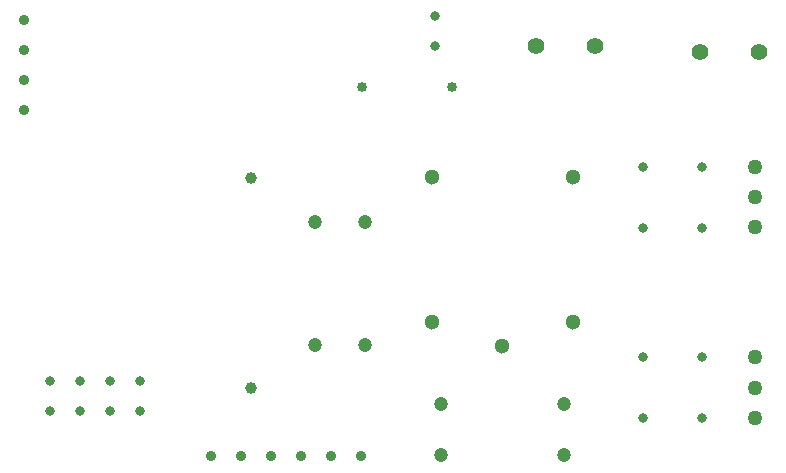
<source format=gbr>
%TF.GenerationSoftware,Altium Limited,Altium Designer,21.0.9 (235)*%
G04 Layer_Color=0*
%FSLAX45Y45*%
%MOMM*%
%TF.SameCoordinates,CD0AAE9F-0E9C-42BF-811C-419C72380B22*%
%TF.FilePolarity,Positive*%
%TF.FileFunction,Plated,1,2,PTH,Drill*%
%TF.Part,Single*%
G01*
G75*
%TA.AperFunction,ComponentDrill*%
%ADD61C,0.90000*%
%ADD62C,0.80000*%
%ADD63C,1.40000*%
%ADD64C,1.20000*%
%ADD65C,1.00000*%
%ADD66C,1.20000*%
%ADD67C,1.30000*%
%ADD68C,0.85000*%
%ADD69C,1.27000*%
%ADD70C,0.90000*%
D61*
X381000Y4292603D02*
D03*
Y4038603D02*
D03*
Y3784603D02*
D03*
Y3530603D02*
D03*
D62*
X1361295Y981532D02*
D03*
X1107295D02*
D03*
X853295D02*
D03*
X599295D02*
D03*
Y1235532D02*
D03*
X853295D02*
D03*
X1107295D02*
D03*
X1361295D02*
D03*
X3859573Y4076253D02*
D03*
Y4330253D02*
D03*
X5619793Y928736D02*
D03*
X6119797Y928731D02*
D03*
X5619793Y1438732D02*
D03*
X6119797D02*
D03*
X5619793Y3049092D02*
D03*
X6119797D02*
D03*
X5619793Y2530932D02*
D03*
X6119797D02*
D03*
D63*
X6603474Y4023253D02*
D03*
X6103475D02*
D03*
X5211554Y4073251D02*
D03*
X4711555D02*
D03*
D64*
X3908077Y615772D02*
D03*
X4954074D02*
D03*
Y1045032D02*
D03*
X3908077D02*
D03*
D65*
X2298555Y2955534D02*
D03*
Y1177534D02*
D03*
D66*
X2842115Y1543533D02*
D03*
Y2589530D02*
D03*
X3268835D02*
D03*
Y1543533D02*
D03*
D67*
X4431073Y1538575D02*
D03*
X3831074Y1738574D02*
D03*
Y2968574D02*
D03*
X5031077D02*
D03*
Y1738574D02*
D03*
D68*
X3238386Y3724732D02*
D03*
X4000386D02*
D03*
D69*
X6567477Y1438732D02*
D03*
Y1183731D02*
D03*
Y928731D02*
D03*
Y3049092D02*
D03*
Y2794091D02*
D03*
Y2539091D02*
D03*
D70*
X1965434Y602772D02*
D03*
X2219434D02*
D03*
X2473434D02*
D03*
X2727434D02*
D03*
X2981434D02*
D03*
X3235434D02*
D03*
%TF.MD5,289e632351de4b5754e1a0ee24c7329d*%
M02*

</source>
